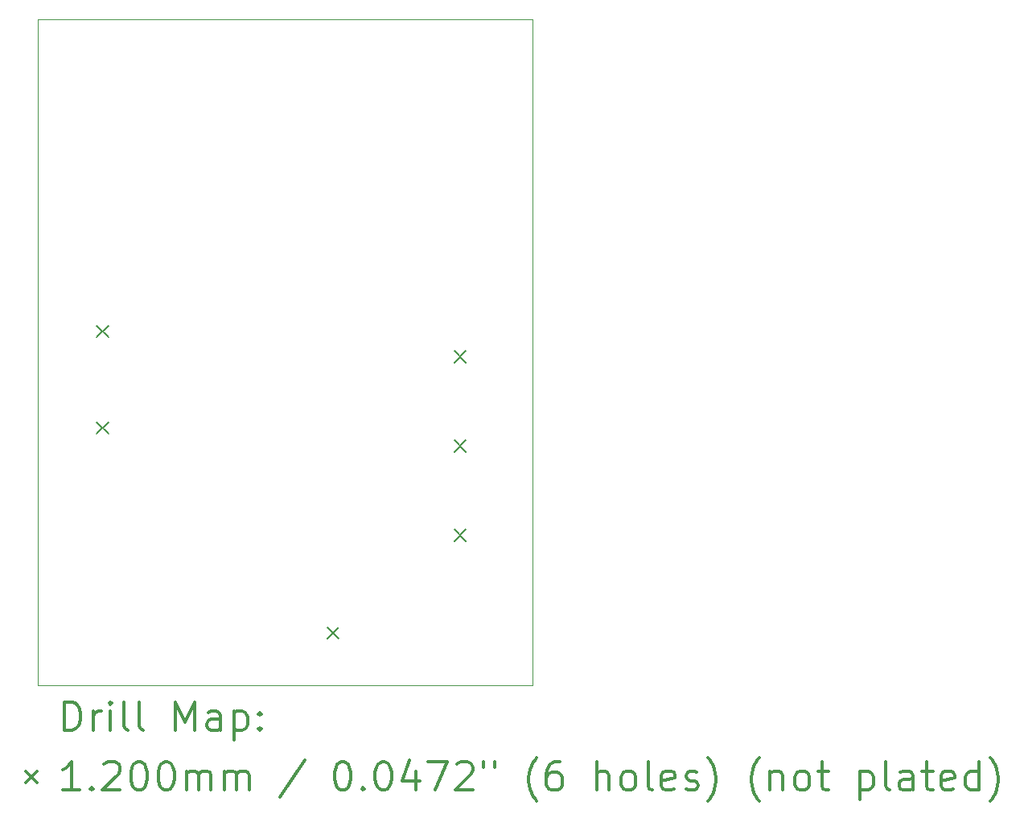
<source format=gbr>
%FSLAX45Y45*%
G04 Gerber Fmt 4.5, Leading zero omitted, Abs format (unit mm)*
G04 Created by KiCad (PCBNEW (5.1.10-1-10_14)) date 2021-12-20 14:56:10*
%MOMM*%
%LPD*%
G01*
G04 APERTURE LIST*
%TA.AperFunction,Profile*%
%ADD10C,0.100000*%
%TD*%
%ADD11C,0.200000*%
%ADD12C,0.300000*%
G04 APERTURE END LIST*
D10*
X15011400Y-5232400D02*
X15011400Y-12242800D01*
X9804400Y-5232400D02*
X15011400Y-5232400D01*
X9804400Y-12242800D02*
X9804400Y-5232400D01*
X15011400Y-12242800D02*
X9804400Y-12242800D01*
D11*
X10427000Y-8456600D02*
X10547000Y-8576600D01*
X10547000Y-8456600D02*
X10427000Y-8576600D01*
X10427000Y-9472600D02*
X10547000Y-9592600D01*
X10547000Y-9472600D02*
X10427000Y-9592600D01*
X12850800Y-11627200D02*
X12970800Y-11747200D01*
X12970800Y-11627200D02*
X12850800Y-11747200D01*
X14192600Y-8720800D02*
X14312600Y-8840800D01*
X14312600Y-8720800D02*
X14192600Y-8840800D01*
X14192600Y-9660600D02*
X14312600Y-9780600D01*
X14312600Y-9660600D02*
X14192600Y-9780600D01*
X14192600Y-10600400D02*
X14312600Y-10720400D01*
X14312600Y-10600400D02*
X14192600Y-10720400D01*
D12*
X10085828Y-12713514D02*
X10085828Y-12413514D01*
X10157257Y-12413514D01*
X10200114Y-12427800D01*
X10228686Y-12456371D01*
X10242971Y-12484943D01*
X10257257Y-12542086D01*
X10257257Y-12584943D01*
X10242971Y-12642086D01*
X10228686Y-12670657D01*
X10200114Y-12699229D01*
X10157257Y-12713514D01*
X10085828Y-12713514D01*
X10385828Y-12713514D02*
X10385828Y-12513514D01*
X10385828Y-12570657D02*
X10400114Y-12542086D01*
X10414400Y-12527800D01*
X10442971Y-12513514D01*
X10471543Y-12513514D01*
X10571543Y-12713514D02*
X10571543Y-12513514D01*
X10571543Y-12413514D02*
X10557257Y-12427800D01*
X10571543Y-12442086D01*
X10585828Y-12427800D01*
X10571543Y-12413514D01*
X10571543Y-12442086D01*
X10757257Y-12713514D02*
X10728686Y-12699229D01*
X10714400Y-12670657D01*
X10714400Y-12413514D01*
X10914400Y-12713514D02*
X10885828Y-12699229D01*
X10871543Y-12670657D01*
X10871543Y-12413514D01*
X11257257Y-12713514D02*
X11257257Y-12413514D01*
X11357257Y-12627800D01*
X11457257Y-12413514D01*
X11457257Y-12713514D01*
X11728686Y-12713514D02*
X11728686Y-12556371D01*
X11714400Y-12527800D01*
X11685828Y-12513514D01*
X11628686Y-12513514D01*
X11600114Y-12527800D01*
X11728686Y-12699229D02*
X11700114Y-12713514D01*
X11628686Y-12713514D01*
X11600114Y-12699229D01*
X11585828Y-12670657D01*
X11585828Y-12642086D01*
X11600114Y-12613514D01*
X11628686Y-12599229D01*
X11700114Y-12599229D01*
X11728686Y-12584943D01*
X11871543Y-12513514D02*
X11871543Y-12813514D01*
X11871543Y-12527800D02*
X11900114Y-12513514D01*
X11957257Y-12513514D01*
X11985828Y-12527800D01*
X12000114Y-12542086D01*
X12014400Y-12570657D01*
X12014400Y-12656371D01*
X12000114Y-12684943D01*
X11985828Y-12699229D01*
X11957257Y-12713514D01*
X11900114Y-12713514D01*
X11871543Y-12699229D01*
X12142971Y-12684943D02*
X12157257Y-12699229D01*
X12142971Y-12713514D01*
X12128686Y-12699229D01*
X12142971Y-12684943D01*
X12142971Y-12713514D01*
X12142971Y-12527800D02*
X12157257Y-12542086D01*
X12142971Y-12556371D01*
X12128686Y-12542086D01*
X12142971Y-12527800D01*
X12142971Y-12556371D01*
X9679400Y-13147800D02*
X9799400Y-13267800D01*
X9799400Y-13147800D02*
X9679400Y-13267800D01*
X10242971Y-13343514D02*
X10071543Y-13343514D01*
X10157257Y-13343514D02*
X10157257Y-13043514D01*
X10128686Y-13086371D01*
X10100114Y-13114943D01*
X10071543Y-13129229D01*
X10371543Y-13314943D02*
X10385828Y-13329229D01*
X10371543Y-13343514D01*
X10357257Y-13329229D01*
X10371543Y-13314943D01*
X10371543Y-13343514D01*
X10500114Y-13072086D02*
X10514400Y-13057800D01*
X10542971Y-13043514D01*
X10614400Y-13043514D01*
X10642971Y-13057800D01*
X10657257Y-13072086D01*
X10671543Y-13100657D01*
X10671543Y-13129229D01*
X10657257Y-13172086D01*
X10485828Y-13343514D01*
X10671543Y-13343514D01*
X10857257Y-13043514D02*
X10885828Y-13043514D01*
X10914400Y-13057800D01*
X10928686Y-13072086D01*
X10942971Y-13100657D01*
X10957257Y-13157800D01*
X10957257Y-13229229D01*
X10942971Y-13286371D01*
X10928686Y-13314943D01*
X10914400Y-13329229D01*
X10885828Y-13343514D01*
X10857257Y-13343514D01*
X10828686Y-13329229D01*
X10814400Y-13314943D01*
X10800114Y-13286371D01*
X10785828Y-13229229D01*
X10785828Y-13157800D01*
X10800114Y-13100657D01*
X10814400Y-13072086D01*
X10828686Y-13057800D01*
X10857257Y-13043514D01*
X11142971Y-13043514D02*
X11171543Y-13043514D01*
X11200114Y-13057800D01*
X11214400Y-13072086D01*
X11228686Y-13100657D01*
X11242971Y-13157800D01*
X11242971Y-13229229D01*
X11228686Y-13286371D01*
X11214400Y-13314943D01*
X11200114Y-13329229D01*
X11171543Y-13343514D01*
X11142971Y-13343514D01*
X11114400Y-13329229D01*
X11100114Y-13314943D01*
X11085828Y-13286371D01*
X11071543Y-13229229D01*
X11071543Y-13157800D01*
X11085828Y-13100657D01*
X11100114Y-13072086D01*
X11114400Y-13057800D01*
X11142971Y-13043514D01*
X11371543Y-13343514D02*
X11371543Y-13143514D01*
X11371543Y-13172086D02*
X11385828Y-13157800D01*
X11414400Y-13143514D01*
X11457257Y-13143514D01*
X11485828Y-13157800D01*
X11500114Y-13186371D01*
X11500114Y-13343514D01*
X11500114Y-13186371D02*
X11514400Y-13157800D01*
X11542971Y-13143514D01*
X11585828Y-13143514D01*
X11614400Y-13157800D01*
X11628686Y-13186371D01*
X11628686Y-13343514D01*
X11771543Y-13343514D02*
X11771543Y-13143514D01*
X11771543Y-13172086D02*
X11785828Y-13157800D01*
X11814400Y-13143514D01*
X11857257Y-13143514D01*
X11885828Y-13157800D01*
X11900114Y-13186371D01*
X11900114Y-13343514D01*
X11900114Y-13186371D02*
X11914400Y-13157800D01*
X11942971Y-13143514D01*
X11985828Y-13143514D01*
X12014400Y-13157800D01*
X12028686Y-13186371D01*
X12028686Y-13343514D01*
X12614400Y-13029229D02*
X12357257Y-13414943D01*
X13000114Y-13043514D02*
X13028686Y-13043514D01*
X13057257Y-13057800D01*
X13071543Y-13072086D01*
X13085828Y-13100657D01*
X13100114Y-13157800D01*
X13100114Y-13229229D01*
X13085828Y-13286371D01*
X13071543Y-13314943D01*
X13057257Y-13329229D01*
X13028686Y-13343514D01*
X13000114Y-13343514D01*
X12971543Y-13329229D01*
X12957257Y-13314943D01*
X12942971Y-13286371D01*
X12928686Y-13229229D01*
X12928686Y-13157800D01*
X12942971Y-13100657D01*
X12957257Y-13072086D01*
X12971543Y-13057800D01*
X13000114Y-13043514D01*
X13228686Y-13314943D02*
X13242971Y-13329229D01*
X13228686Y-13343514D01*
X13214400Y-13329229D01*
X13228686Y-13314943D01*
X13228686Y-13343514D01*
X13428686Y-13043514D02*
X13457257Y-13043514D01*
X13485828Y-13057800D01*
X13500114Y-13072086D01*
X13514400Y-13100657D01*
X13528686Y-13157800D01*
X13528686Y-13229229D01*
X13514400Y-13286371D01*
X13500114Y-13314943D01*
X13485828Y-13329229D01*
X13457257Y-13343514D01*
X13428686Y-13343514D01*
X13400114Y-13329229D01*
X13385828Y-13314943D01*
X13371543Y-13286371D01*
X13357257Y-13229229D01*
X13357257Y-13157800D01*
X13371543Y-13100657D01*
X13385828Y-13072086D01*
X13400114Y-13057800D01*
X13428686Y-13043514D01*
X13785828Y-13143514D02*
X13785828Y-13343514D01*
X13714400Y-13029229D02*
X13642971Y-13243514D01*
X13828686Y-13243514D01*
X13914400Y-13043514D02*
X14114400Y-13043514D01*
X13985828Y-13343514D01*
X14214400Y-13072086D02*
X14228686Y-13057800D01*
X14257257Y-13043514D01*
X14328686Y-13043514D01*
X14357257Y-13057800D01*
X14371543Y-13072086D01*
X14385828Y-13100657D01*
X14385828Y-13129229D01*
X14371543Y-13172086D01*
X14200114Y-13343514D01*
X14385828Y-13343514D01*
X14500114Y-13043514D02*
X14500114Y-13100657D01*
X14614400Y-13043514D02*
X14614400Y-13100657D01*
X15057257Y-13457800D02*
X15042971Y-13443514D01*
X15014400Y-13400657D01*
X15000114Y-13372086D01*
X14985828Y-13329229D01*
X14971543Y-13257800D01*
X14971543Y-13200657D01*
X14985828Y-13129229D01*
X15000114Y-13086371D01*
X15014400Y-13057800D01*
X15042971Y-13014943D01*
X15057257Y-13000657D01*
X15300114Y-13043514D02*
X15242971Y-13043514D01*
X15214400Y-13057800D01*
X15200114Y-13072086D01*
X15171543Y-13114943D01*
X15157257Y-13172086D01*
X15157257Y-13286371D01*
X15171543Y-13314943D01*
X15185828Y-13329229D01*
X15214400Y-13343514D01*
X15271543Y-13343514D01*
X15300114Y-13329229D01*
X15314400Y-13314943D01*
X15328686Y-13286371D01*
X15328686Y-13214943D01*
X15314400Y-13186371D01*
X15300114Y-13172086D01*
X15271543Y-13157800D01*
X15214400Y-13157800D01*
X15185828Y-13172086D01*
X15171543Y-13186371D01*
X15157257Y-13214943D01*
X15685828Y-13343514D02*
X15685828Y-13043514D01*
X15814400Y-13343514D02*
X15814400Y-13186371D01*
X15800114Y-13157800D01*
X15771543Y-13143514D01*
X15728686Y-13143514D01*
X15700114Y-13157800D01*
X15685828Y-13172086D01*
X16000114Y-13343514D02*
X15971543Y-13329229D01*
X15957257Y-13314943D01*
X15942971Y-13286371D01*
X15942971Y-13200657D01*
X15957257Y-13172086D01*
X15971543Y-13157800D01*
X16000114Y-13143514D01*
X16042971Y-13143514D01*
X16071543Y-13157800D01*
X16085828Y-13172086D01*
X16100114Y-13200657D01*
X16100114Y-13286371D01*
X16085828Y-13314943D01*
X16071543Y-13329229D01*
X16042971Y-13343514D01*
X16000114Y-13343514D01*
X16271543Y-13343514D02*
X16242971Y-13329229D01*
X16228686Y-13300657D01*
X16228686Y-13043514D01*
X16500114Y-13329229D02*
X16471543Y-13343514D01*
X16414400Y-13343514D01*
X16385828Y-13329229D01*
X16371543Y-13300657D01*
X16371543Y-13186371D01*
X16385828Y-13157800D01*
X16414400Y-13143514D01*
X16471543Y-13143514D01*
X16500114Y-13157800D01*
X16514400Y-13186371D01*
X16514400Y-13214943D01*
X16371543Y-13243514D01*
X16628686Y-13329229D02*
X16657257Y-13343514D01*
X16714400Y-13343514D01*
X16742971Y-13329229D01*
X16757257Y-13300657D01*
X16757257Y-13286371D01*
X16742971Y-13257800D01*
X16714400Y-13243514D01*
X16671543Y-13243514D01*
X16642971Y-13229229D01*
X16628686Y-13200657D01*
X16628686Y-13186371D01*
X16642971Y-13157800D01*
X16671543Y-13143514D01*
X16714400Y-13143514D01*
X16742971Y-13157800D01*
X16857257Y-13457800D02*
X16871543Y-13443514D01*
X16900114Y-13400657D01*
X16914400Y-13372086D01*
X16928686Y-13329229D01*
X16942971Y-13257800D01*
X16942971Y-13200657D01*
X16928686Y-13129229D01*
X16914400Y-13086371D01*
X16900114Y-13057800D01*
X16871543Y-13014943D01*
X16857257Y-13000657D01*
X17400114Y-13457800D02*
X17385828Y-13443514D01*
X17357257Y-13400657D01*
X17342971Y-13372086D01*
X17328686Y-13329229D01*
X17314400Y-13257800D01*
X17314400Y-13200657D01*
X17328686Y-13129229D01*
X17342971Y-13086371D01*
X17357257Y-13057800D01*
X17385828Y-13014943D01*
X17400114Y-13000657D01*
X17514400Y-13143514D02*
X17514400Y-13343514D01*
X17514400Y-13172086D02*
X17528686Y-13157800D01*
X17557257Y-13143514D01*
X17600114Y-13143514D01*
X17628686Y-13157800D01*
X17642971Y-13186371D01*
X17642971Y-13343514D01*
X17828686Y-13343514D02*
X17800114Y-13329229D01*
X17785828Y-13314943D01*
X17771543Y-13286371D01*
X17771543Y-13200657D01*
X17785828Y-13172086D01*
X17800114Y-13157800D01*
X17828686Y-13143514D01*
X17871543Y-13143514D01*
X17900114Y-13157800D01*
X17914400Y-13172086D01*
X17928686Y-13200657D01*
X17928686Y-13286371D01*
X17914400Y-13314943D01*
X17900114Y-13329229D01*
X17871543Y-13343514D01*
X17828686Y-13343514D01*
X18014400Y-13143514D02*
X18128686Y-13143514D01*
X18057257Y-13043514D02*
X18057257Y-13300657D01*
X18071543Y-13329229D01*
X18100114Y-13343514D01*
X18128686Y-13343514D01*
X18457257Y-13143514D02*
X18457257Y-13443514D01*
X18457257Y-13157800D02*
X18485828Y-13143514D01*
X18542971Y-13143514D01*
X18571543Y-13157800D01*
X18585828Y-13172086D01*
X18600114Y-13200657D01*
X18600114Y-13286371D01*
X18585828Y-13314943D01*
X18571543Y-13329229D01*
X18542971Y-13343514D01*
X18485828Y-13343514D01*
X18457257Y-13329229D01*
X18771543Y-13343514D02*
X18742971Y-13329229D01*
X18728686Y-13300657D01*
X18728686Y-13043514D01*
X19014400Y-13343514D02*
X19014400Y-13186371D01*
X19000114Y-13157800D01*
X18971543Y-13143514D01*
X18914400Y-13143514D01*
X18885828Y-13157800D01*
X19014400Y-13329229D02*
X18985828Y-13343514D01*
X18914400Y-13343514D01*
X18885828Y-13329229D01*
X18871543Y-13300657D01*
X18871543Y-13272086D01*
X18885828Y-13243514D01*
X18914400Y-13229229D01*
X18985828Y-13229229D01*
X19014400Y-13214943D01*
X19114400Y-13143514D02*
X19228686Y-13143514D01*
X19157257Y-13043514D02*
X19157257Y-13300657D01*
X19171543Y-13329229D01*
X19200114Y-13343514D01*
X19228686Y-13343514D01*
X19442971Y-13329229D02*
X19414400Y-13343514D01*
X19357257Y-13343514D01*
X19328686Y-13329229D01*
X19314400Y-13300657D01*
X19314400Y-13186371D01*
X19328686Y-13157800D01*
X19357257Y-13143514D01*
X19414400Y-13143514D01*
X19442971Y-13157800D01*
X19457257Y-13186371D01*
X19457257Y-13214943D01*
X19314400Y-13243514D01*
X19714400Y-13343514D02*
X19714400Y-13043514D01*
X19714400Y-13329229D02*
X19685828Y-13343514D01*
X19628686Y-13343514D01*
X19600114Y-13329229D01*
X19585828Y-13314943D01*
X19571543Y-13286371D01*
X19571543Y-13200657D01*
X19585828Y-13172086D01*
X19600114Y-13157800D01*
X19628686Y-13143514D01*
X19685828Y-13143514D01*
X19714400Y-13157800D01*
X19828686Y-13457800D02*
X19842971Y-13443514D01*
X19871543Y-13400657D01*
X19885828Y-13372086D01*
X19900114Y-13329229D01*
X19914400Y-13257800D01*
X19914400Y-13200657D01*
X19900114Y-13129229D01*
X19885828Y-13086371D01*
X19871543Y-13057800D01*
X19842971Y-13014943D01*
X19828686Y-13000657D01*
M02*

</source>
